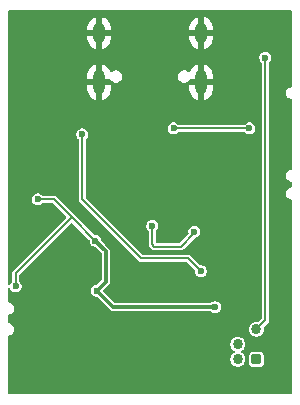
<source format=gbl>
%TF.GenerationSoftware,KiCad,Pcbnew,9.0.6*%
%TF.CreationDate,2026-01-04T19:17:20+00:00*%
%TF.ProjectId,rp2040_pico,72703230-3430-45f7-9069-636f2e6b6963,rev?*%
%TF.SameCoordinates,Original*%
%TF.FileFunction,Copper,L2,Bot*%
%TF.FilePolarity,Positive*%
%FSLAX45Y45*%
G04 Gerber Fmt 4.5, Leading zero omitted, Abs format (unit mm)*
G04 Created by KiCad (PCBNEW 9.0.6) date 2026-01-04 19:17:20*
%MOMM*%
%LPD*%
G01*
G04 APERTURE LIST*
G04 Aperture macros list*
%AMRoundRect*
0 Rectangle with rounded corners*
0 $1 Rounding radius*
0 $2 $3 $4 $5 $6 $7 $8 $9 X,Y pos of 4 corners*
0 Add a 4 corners polygon primitive as box body*
4,1,4,$2,$3,$4,$5,$6,$7,$8,$9,$2,$3,0*
0 Add four circle primitives for the rounded corners*
1,1,$1+$1,$2,$3*
1,1,$1+$1,$4,$5*
1,1,$1+$1,$6,$7*
1,1,$1+$1,$8,$9*
0 Add four rect primitives between the rounded corners*
20,1,$1+$1,$2,$3,$4,$5,0*
20,1,$1+$1,$4,$5,$6,$7,0*
20,1,$1+$1,$6,$7,$8,$9,0*
20,1,$1+$1,$8,$9,$2,$3,0*%
G04 Aperture macros list end*
%TA.AperFunction,HeatsinkPad*%
%ADD10O,1.000000X2.100000*%
%TD*%
%TA.AperFunction,HeatsinkPad*%
%ADD11O,1.000000X1.800000*%
%TD*%
%TA.AperFunction,ComponentPad*%
%ADD12RoundRect,0.172720X-0.259080X0.259080X-0.259080X-0.259080X0.259080X-0.259080X0.259080X0.259080X0*%
%TD*%
%TA.AperFunction,ComponentPad*%
%ADD13C,0.863600*%
%TD*%
%TA.AperFunction,ViaPad*%
%ADD14C,0.600000*%
%TD*%
%TA.AperFunction,Conductor*%
%ADD15C,0.200000*%
%TD*%
%TA.AperFunction,Conductor*%
%ADD16C,0.300000*%
%TD*%
G04 APERTURE END LIST*
D10*
%TO.P,J1,S1,SHIELD*%
%TO.N,GND*%
X432000Y1014500D03*
D11*
X432000Y1432500D03*
D10*
X-432000Y1014500D03*
D11*
X-432000Y1432500D03*
%TD*%
D12*
%TO.P,J2,1,VCC*%
%TO.N,+3V3*%
X900000Y-1329000D03*
D13*
%TO.P,J2,2,SWDIO*%
%TO.N,/SWDIO*%
X742520Y-1329000D03*
%TO.P,J2,3,GND*%
%TO.N,GND*%
X900000Y-1202000D03*
%TO.P,J2,4,SWCLK*%
%TO.N,/SWCLK*%
X742520Y-1202000D03*
%TO.P,J2,5,~{RESET}*%
%TO.N,/~{RESET}*%
X900000Y-1075000D03*
%TD*%
D14*
%TO.N,GND*%
X480000Y5000D03*
X650000Y-275000D03*
X-100000Y-750000D03*
X840000Y326656D03*
X-575000Y725000D03*
X650000Y-625000D03*
X-650000Y-950000D03*
X0Y-650000D03*
X-450000Y-1175000D03*
X200000Y-1375000D03*
X840000Y475000D03*
X600000Y400000D03*
X-235000Y45000D03*
X-414811Y-1034961D03*
X600000Y725000D03*
X-661811Y-340000D03*
X100000Y-750000D03*
X-900000Y550000D03*
X-675000Y450000D03*
X100000Y-550000D03*
X-100000Y-550000D03*
X-50000Y625000D03*
%TO.N,+5V*%
X200000Y625000D03*
X840000Y625000D03*
%TO.N,/~{RESET}*%
X975000Y1225000D03*
%TO.N,+3V3*%
X-1137500Y-712500D03*
X375000Y-250000D03*
X-950000Y25000D03*
X17689Y-200000D03*
X-450000Y-750000D03*
X-462311Y-327461D03*
X550000Y-887500D03*
%TO.N,/GPIO25*%
X430189Y-582871D03*
X-575000Y575000D03*
%TD*%
D15*
%TO.N,+5V*%
X840000Y625000D02*
X200000Y625000D01*
%TO.N,/~{RESET}*%
X975000Y-1000000D02*
X975000Y1225000D01*
X900000Y-1075000D02*
X975000Y-1000000D01*
D16*
%TO.N,+3V3*%
X-450000Y-750000D02*
X-375000Y-675000D01*
D15*
X17689Y-355189D02*
X37500Y-375000D01*
X-1137500Y-712500D02*
X-1137500Y-600000D01*
D16*
X-375000Y-675000D02*
X-375000Y-414772D01*
X550000Y-887500D02*
X-312500Y-887500D01*
X-312500Y-887500D02*
X-450000Y-750000D01*
D15*
X17689Y-200000D02*
X17689Y-355189D01*
X-814772Y25000D02*
X-950000Y25000D01*
X375000Y-262500D02*
X375000Y-250000D01*
D16*
X-375000Y-414772D02*
X-462311Y-327461D01*
D15*
X-1137500Y-600000D02*
X-663636Y-126136D01*
X262500Y-375000D02*
X375000Y-262500D01*
X-663636Y-126136D02*
X-814772Y25000D01*
X-462311Y-327461D02*
X-663636Y-126136D01*
X37500Y-375000D02*
X262500Y-375000D01*
%TO.N,/GPIO25*%
X-575000Y25000D02*
X-75000Y-475000D01*
X-75000Y-475000D02*
X322318Y-475000D01*
X-575000Y575000D02*
X-575000Y25000D01*
X322318Y-475000D02*
X430189Y-582871D01*
%TD*%
%TA.AperFunction,Conductor*%
%TO.N,GND*%
G36*
X1197833Y1622833D02*
G01*
X1200000Y1617600D01*
X1200000Y981921D01*
X1197833Y976688D01*
X1193925Y974761D01*
X1193942Y974698D01*
X1193623Y974612D01*
X1193567Y974584D01*
X1193474Y974572D01*
X1180866Y971194D01*
X1169562Y964668D01*
X1160332Y955438D01*
X1153806Y944134D01*
X1153806Y944134D01*
X1150428Y931526D01*
X1150428Y918474D01*
X1153806Y905866D01*
X1160332Y894562D01*
X1169562Y885332D01*
X1180866Y878806D01*
X1193474Y875428D01*
X1193474Y875428D01*
X1193565Y875416D01*
X1193606Y875392D01*
X1193942Y875302D01*
X1193918Y875212D01*
X1198471Y872584D01*
X1200000Y868079D01*
X1200000Y281921D01*
X1197833Y276689D01*
X1193925Y274761D01*
X1193942Y274698D01*
X1193623Y274612D01*
X1193567Y274585D01*
X1193474Y274572D01*
X1180866Y271194D01*
X1169562Y264668D01*
X1160332Y255438D01*
X1153806Y244134D01*
X1153806Y244134D01*
X1150428Y231526D01*
X1150428Y218474D01*
X1153806Y205866D01*
X1160332Y194562D01*
X1169562Y185332D01*
X1180866Y178806D01*
X1193474Y175428D01*
X1193474Y175428D01*
X1193565Y175416D01*
X1193606Y175392D01*
X1193942Y175302D01*
X1193918Y175212D01*
X1198471Y172584D01*
X1200000Y168079D01*
X1200000Y131921D01*
X1197833Y126688D01*
X1193925Y124761D01*
X1193942Y124698D01*
X1193623Y124612D01*
X1193567Y124584D01*
X1193474Y124572D01*
X1180866Y121194D01*
X1169562Y114668D01*
X1160332Y105438D01*
X1153806Y94134D01*
X1153806Y94134D01*
X1150428Y81526D01*
X1150428Y68474D01*
X1153806Y55866D01*
X1160332Y44562D01*
X1169562Y35332D01*
X1180866Y28806D01*
X1193474Y25428D01*
X1193474Y25428D01*
X1193565Y25416D01*
X1193606Y25392D01*
X1193942Y25302D01*
X1193918Y25212D01*
X1198471Y22584D01*
X1200000Y18079D01*
X1200000Y-1617600D01*
X1197833Y-1622833D01*
X1192600Y-1625000D01*
X-1192600Y-1625000D01*
X-1197833Y-1622833D01*
X-1200000Y-1617600D01*
X-1200000Y-1195772D01*
X679290Y-1195772D01*
X679290Y-1208228D01*
X681720Y-1220443D01*
X681720Y-1220444D01*
X686486Y-1231950D01*
X686486Y-1231951D01*
X686486Y-1231951D01*
X693406Y-1242307D01*
X702213Y-1251114D01*
X712569Y-1258034D01*
X714089Y-1258663D01*
X714089Y-1258663D01*
X718094Y-1262668D01*
X718094Y-1268332D01*
X714089Y-1272337D01*
X714017Y-1272367D01*
X712569Y-1272966D01*
X702214Y-1279886D01*
X693406Y-1288694D01*
X686486Y-1299050D01*
X681720Y-1310556D01*
X681720Y-1310557D01*
X679290Y-1322772D01*
X679290Y-1335228D01*
X681720Y-1347443D01*
X681720Y-1347444D01*
X686486Y-1358950D01*
X686486Y-1358951D01*
X686486Y-1358951D01*
X693406Y-1369307D01*
X702213Y-1378114D01*
X712569Y-1385034D01*
X712569Y-1385034D01*
X712570Y-1385034D01*
X714184Y-1385703D01*
X724076Y-1389800D01*
X736292Y-1392230D01*
X736292Y-1392230D01*
X748747Y-1392230D01*
X748748Y-1392230D01*
X760963Y-1389800D01*
X772471Y-1385034D01*
X782827Y-1378114D01*
X791634Y-1369307D01*
X798554Y-1358951D01*
X803320Y-1347444D01*
X805750Y-1335228D01*
X805750Y-1322772D01*
X803320Y-1310557D01*
X803320Y-1310556D01*
X799823Y-1302114D01*
X798761Y-1299549D01*
X836770Y-1299549D01*
X836770Y-1358451D01*
X837827Y-1365705D01*
X843297Y-1376895D01*
X852105Y-1385703D01*
X863295Y-1391173D01*
X870550Y-1392230D01*
X870550Y-1392230D01*
X929450Y-1392230D01*
X929450Y-1392230D01*
X936705Y-1391173D01*
X947895Y-1385703D01*
X956702Y-1376895D01*
X962173Y-1365705D01*
X963230Y-1358450D01*
X963230Y-1299550D01*
X962173Y-1292295D01*
X956702Y-1281105D01*
X947895Y-1272298D01*
X936705Y-1266827D01*
X929451Y-1265770D01*
X929450Y-1265770D01*
X870550Y-1265770D01*
X870549Y-1265770D01*
X863295Y-1266827D01*
X852105Y-1272298D01*
X843297Y-1281105D01*
X837827Y-1292295D01*
X836770Y-1299549D01*
X798761Y-1299549D01*
X798554Y-1299049D01*
X791634Y-1288694D01*
X791634Y-1288693D01*
X782827Y-1279886D01*
X772471Y-1272966D01*
X770950Y-1272337D01*
X766946Y-1268332D01*
X766946Y-1262668D01*
X770950Y-1258663D01*
X772471Y-1258034D01*
X782827Y-1251114D01*
X791634Y-1242307D01*
X798554Y-1231951D01*
X803320Y-1220444D01*
X805750Y-1208228D01*
X805750Y-1195772D01*
X803320Y-1183557D01*
X798554Y-1172049D01*
X791634Y-1161693D01*
X782827Y-1152886D01*
X772471Y-1145966D01*
X772470Y-1145966D01*
X772470Y-1145966D01*
X760964Y-1141200D01*
X760963Y-1141200D01*
X751760Y-1139369D01*
X748748Y-1138770D01*
X736292Y-1138770D01*
X733876Y-1139251D01*
X724077Y-1141200D01*
X724076Y-1141200D01*
X712570Y-1145966D01*
X702214Y-1152886D01*
X693406Y-1161694D01*
X686486Y-1172050D01*
X681720Y-1183556D01*
X681720Y-1183557D01*
X679290Y-1195772D01*
X-1200000Y-1195772D01*
X-1200000Y-1131921D01*
X-1197833Y-1126688D01*
X-1193925Y-1124762D01*
X-1193942Y-1124698D01*
X-1193621Y-1124612D01*
X-1193565Y-1124584D01*
X-1193474Y-1124572D01*
X-1193474Y-1124572D01*
X-1180866Y-1121194D01*
X-1169562Y-1114668D01*
X-1160332Y-1105438D01*
X-1153806Y-1094134D01*
X-1150428Y-1081526D01*
X-1150428Y-1068772D01*
X836770Y-1068772D01*
X836770Y-1081228D01*
X839200Y-1093443D01*
X839200Y-1093444D01*
X843966Y-1104950D01*
X850459Y-1114668D01*
X850886Y-1115307D01*
X859693Y-1124114D01*
X870049Y-1131034D01*
X881556Y-1135800D01*
X893772Y-1138230D01*
X893772Y-1138230D01*
X906227Y-1138230D01*
X906228Y-1138230D01*
X918443Y-1135800D01*
X929951Y-1131034D01*
X940307Y-1124114D01*
X949114Y-1115307D01*
X956034Y-1104951D01*
X960800Y-1093444D01*
X963230Y-1081228D01*
X963230Y-1068772D01*
X961595Y-1060553D01*
X962700Y-1054998D01*
X963620Y-1053877D01*
X999046Y-1018451D01*
X1002903Y-1011770D01*
X1002903Y-1011770D01*
X1002904Y-1011769D01*
X1003002Y-1011599D01*
X1005050Y-1003956D01*
X1005050Y-1003956D01*
X1005050Y1181203D01*
X1007217Y1186436D01*
X1015050Y1194269D01*
X1021639Y1205681D01*
X1025050Y1218411D01*
X1025050Y1218411D01*
X1025050Y1231589D01*
X1025050Y1231590D01*
X1021639Y1244318D01*
X1021639Y1244319D01*
X1015050Y1255731D01*
X1005731Y1265050D01*
X994319Y1271639D01*
X994318Y1271639D01*
X981589Y1275050D01*
X981589Y1275050D01*
X968411Y1275050D01*
X968411Y1275050D01*
X955682Y1271639D01*
X955681Y1271639D01*
X944268Y1265050D01*
X934950Y1255732D01*
X928361Y1244319D01*
X928361Y1244318D01*
X924950Y1231590D01*
X924950Y1218411D01*
X928361Y1205682D01*
X928361Y1205681D01*
X934950Y1194269D01*
X942783Y1186436D01*
X944950Y1181203D01*
X944950Y-984488D01*
X942783Y-989720D01*
X921123Y-1011380D01*
X915890Y-1013547D01*
X914447Y-1013405D01*
X906228Y-1011770D01*
X893772Y-1011770D01*
X891356Y-1012251D01*
X881557Y-1014200D01*
X881556Y-1014200D01*
X870050Y-1018966D01*
X859694Y-1025886D01*
X850886Y-1034694D01*
X843966Y-1045050D01*
X839200Y-1056556D01*
X839200Y-1056557D01*
X836770Y-1068772D01*
X-1150428Y-1068772D01*
X-1150428Y-1068474D01*
X-1153806Y-1055866D01*
X-1160332Y-1044562D01*
X-1169562Y-1035332D01*
X-1180866Y-1028806D01*
X-1193474Y-1025428D01*
X-1193567Y-1025415D01*
X-1193607Y-1025392D01*
X-1193942Y-1025302D01*
X-1193918Y-1025212D01*
X-1198471Y-1022583D01*
X-1200000Y-1018079D01*
X-1200000Y-956921D01*
X-1197833Y-951688D01*
X-1193925Y-949761D01*
X-1193942Y-949698D01*
X-1193621Y-949612D01*
X-1193565Y-949584D01*
X-1193474Y-949572D01*
X-1193474Y-949572D01*
X-1180866Y-946194D01*
X-1169562Y-939668D01*
X-1160332Y-930438D01*
X-1153806Y-919134D01*
X-1150428Y-906526D01*
X-1150428Y-893474D01*
X-1153806Y-880866D01*
X-1160332Y-869562D01*
X-1169562Y-860332D01*
X-1180866Y-853806D01*
X-1193474Y-850428D01*
X-1193567Y-850415D01*
X-1193607Y-850392D01*
X-1193942Y-850302D01*
X-1193918Y-850212D01*
X-1198471Y-847583D01*
X-1200000Y-843079D01*
X-1200000Y-728834D01*
X-1197833Y-723601D01*
X-1192600Y-721434D01*
X-1187367Y-723601D01*
X-1185452Y-726918D01*
X-1184139Y-731819D01*
X-1177550Y-743231D01*
X-1168231Y-752550D01*
X-1156819Y-759139D01*
X-1144090Y-762550D01*
X-1144089Y-762550D01*
X-1144089Y-762550D01*
X-1130911Y-762550D01*
X-1130911Y-762550D01*
X-1118181Y-759139D01*
X-1106769Y-752550D01*
X-1097450Y-743231D01*
X-1090861Y-731819D01*
X-1087450Y-719089D01*
X-1087450Y-719089D01*
X-1087450Y-705911D01*
X-1087450Y-705910D01*
X-1090861Y-693182D01*
X-1090861Y-693181D01*
X-1097450Y-681769D01*
X-1105283Y-673936D01*
X-1107450Y-668703D01*
X-1107450Y-615512D01*
X-1105283Y-610280D01*
X-668869Y-173866D01*
X-663636Y-171698D01*
X-658403Y-173866D01*
X-514528Y-317741D01*
X-512361Y-322973D01*
X-512361Y-334050D01*
X-508950Y-346779D01*
X-508950Y-346779D01*
X-508950Y-346780D01*
X-502361Y-358192D01*
X-493042Y-367511D01*
X-481630Y-374100D01*
X-468901Y-377511D01*
X-468900Y-377511D01*
X-468900Y-377511D01*
X-464894Y-377511D01*
X-459662Y-379678D01*
X-412217Y-427123D01*
X-410050Y-432355D01*
X-410050Y-657417D01*
X-412217Y-662649D01*
X-447351Y-697783D01*
X-452583Y-699950D01*
X-456589Y-699950D01*
X-469318Y-703361D01*
X-469319Y-703361D01*
X-480731Y-709950D01*
X-490050Y-719268D01*
X-496639Y-730681D01*
X-496639Y-730682D01*
X-500050Y-743410D01*
X-500050Y-756589D01*
X-496639Y-769318D01*
X-496639Y-769318D01*
X-496639Y-769319D01*
X-490050Y-780731D01*
X-480731Y-790050D01*
X-469319Y-796639D01*
X-456589Y-800050D01*
X-456589Y-800050D01*
X-456589Y-800050D01*
X-452583Y-800050D01*
X-447351Y-802217D01*
X-334021Y-915547D01*
X-326029Y-920161D01*
X-326029Y-920161D01*
X-326029Y-920161D01*
X-321572Y-921356D01*
X-317115Y-922550D01*
X-317115Y-922550D01*
X-317114Y-922550D01*
X-317114Y-922550D01*
X-307886Y-922550D01*
X511203Y-922550D01*
X516436Y-924717D01*
X519269Y-927550D01*
X530681Y-934139D01*
X543411Y-937550D01*
X543411Y-937550D01*
X543411Y-937550D01*
X556589Y-937550D01*
X556589Y-937550D01*
X569319Y-934139D01*
X580731Y-927550D01*
X590050Y-918231D01*
X596639Y-906819D01*
X600050Y-894089D01*
X600050Y-894089D01*
X600050Y-880911D01*
X600050Y-880910D01*
X596639Y-868182D01*
X596639Y-868181D01*
X590050Y-856769D01*
X580731Y-847450D01*
X573161Y-843079D01*
X569319Y-840861D01*
X569318Y-840861D01*
X556589Y-837450D01*
X556589Y-837450D01*
X543411Y-837450D01*
X543411Y-837450D01*
X530682Y-840861D01*
X530681Y-840861D01*
X519268Y-847450D01*
X516436Y-850283D01*
X511203Y-852450D01*
X-294917Y-852450D01*
X-300149Y-850283D01*
X-395199Y-755233D01*
X-397367Y-750000D01*
X-395199Y-744767D01*
X-371865Y-721434D01*
X-346953Y-696521D01*
X-342339Y-688529D01*
X-339950Y-679615D01*
X-339950Y-679615D01*
X-339950Y-410157D01*
X-339950Y-410157D01*
X-342339Y-401243D01*
X-342339Y-401243D01*
X-346953Y-393251D01*
X-346953Y-393251D01*
X-346953Y-393251D01*
X-353479Y-386725D01*
X-381059Y-359145D01*
X-410094Y-330110D01*
X-412261Y-324878D01*
X-412261Y-320872D01*
X-412261Y-320871D01*
X-415672Y-308143D01*
X-415672Y-308142D01*
X-422261Y-296730D01*
X-431580Y-287411D01*
X-442992Y-280822D01*
X-442993Y-280822D01*
X-455722Y-277411D01*
X-455722Y-277411D01*
X-466799Y-277411D01*
X-472031Y-275244D01*
X-796321Y49046D01*
X-803173Y53002D01*
X-803173Y53002D01*
X-810816Y55050D01*
X-810816Y55050D01*
X-906203Y55050D01*
X-911436Y57217D01*
X-919269Y65050D01*
X-930681Y71639D01*
X-930682Y71639D01*
X-943411Y75050D01*
X-943411Y75050D01*
X-956589Y75050D01*
X-956589Y75050D01*
X-969318Y71639D01*
X-969319Y71639D01*
X-980731Y65050D01*
X-990050Y55731D01*
X-996639Y44319D01*
X-996639Y44318D01*
X-1000050Y31589D01*
X-1000050Y18411D01*
X-996639Y5682D01*
X-996639Y5682D01*
X-996639Y5681D01*
X-990050Y-5731D01*
X-980731Y-15050D01*
X-969319Y-21639D01*
X-956589Y-25050D01*
X-956589Y-25050D01*
X-956589Y-25050D01*
X-943411Y-25050D01*
X-943411Y-25050D01*
X-930681Y-21639D01*
X-919269Y-15050D01*
X-911436Y-7217D01*
X-906203Y-5050D01*
X-830284Y-5050D01*
X-825052Y-7217D01*
X-711366Y-120903D01*
X-709198Y-126136D01*
X-711366Y-131369D01*
X-1161546Y-581549D01*
X-1165502Y-588401D01*
X-1165502Y-588401D01*
X-1167550Y-596044D01*
X-1167550Y-668703D01*
X-1169717Y-673936D01*
X-1177550Y-681769D01*
X-1184139Y-693181D01*
X-1184139Y-693182D01*
X-1185452Y-698082D01*
X-1188900Y-702575D01*
X-1194515Y-703314D01*
X-1199009Y-699866D01*
X-1200000Y-696166D01*
X-1200000Y581590D01*
X-625050Y581590D01*
X-625050Y568411D01*
X-621639Y555682D01*
X-621639Y555681D01*
X-615050Y544269D01*
X-607217Y536436D01*
X-605050Y531203D01*
X-605050Y21044D01*
X-603002Y13401D01*
X-603002Y13401D01*
X-599046Y6549D01*
X-99046Y-493451D01*
X-93451Y-499046D01*
X-86599Y-503002D01*
X-86599Y-503002D01*
X-86599Y-503002D01*
X-82778Y-504026D01*
X-78957Y-505050D01*
X-78956Y-505050D01*
X-78956Y-505050D01*
X306806Y-505050D01*
X312038Y-507217D01*
X377971Y-573151D01*
X380139Y-578383D01*
X380139Y-589460D01*
X383549Y-602189D01*
X383550Y-602189D01*
X383550Y-602190D01*
X390139Y-613602D01*
X399457Y-622921D01*
X410870Y-629510D01*
X423599Y-632921D01*
X423599Y-632921D01*
X423600Y-632921D01*
X436778Y-632921D01*
X436778Y-632921D01*
X449507Y-629510D01*
X460920Y-622921D01*
X470239Y-613602D01*
X476828Y-602190D01*
X480239Y-589460D01*
X480239Y-589460D01*
X480239Y-576282D01*
X480239Y-576281D01*
X476828Y-563553D01*
X476828Y-563552D01*
X470239Y-552140D01*
X460920Y-542821D01*
X449508Y-536232D01*
X449507Y-536232D01*
X436778Y-532821D01*
X436778Y-532821D01*
X425701Y-532821D01*
X420469Y-530654D01*
X340769Y-450954D01*
X340769Y-450954D01*
X338808Y-449822D01*
X337774Y-449225D01*
X333917Y-446998D01*
X333917Y-446998D01*
X326274Y-444950D01*
X326274Y-444950D01*
X-59488Y-444950D01*
X-64720Y-442783D01*
X-314092Y-193410D01*
X-32361Y-193410D01*
X-32361Y-206589D01*
X-28950Y-219318D01*
X-28950Y-219319D01*
X-22361Y-230731D01*
X-14528Y-238564D01*
X-12361Y-243797D01*
X-12361Y-359145D01*
X-10313Y-366787D01*
X-10313Y-366788D01*
X-10313Y-366788D01*
X-9896Y-367511D01*
X-6357Y-373640D01*
X13454Y-393451D01*
X19049Y-399046D01*
X25901Y-403002D01*
X25901Y-403002D01*
X25901Y-403002D01*
X29722Y-404026D01*
X33544Y-405050D01*
X33544Y-405050D01*
X33544Y-405050D01*
X266456Y-405050D01*
X266456Y-405050D01*
X274099Y-403002D01*
X280951Y-399046D01*
X286546Y-393451D01*
X377944Y-302053D01*
X381261Y-300138D01*
X381589Y-300050D01*
X381589Y-300050D01*
X394319Y-296639D01*
X405731Y-290050D01*
X415050Y-280731D01*
X421639Y-269319D01*
X425050Y-256589D01*
X425050Y-256589D01*
X425050Y-243411D01*
X425050Y-243410D01*
X421639Y-230682D01*
X421639Y-230681D01*
X415050Y-219269D01*
X405731Y-209950D01*
X399911Y-206589D01*
X394319Y-203361D01*
X394318Y-203361D01*
X381589Y-199950D01*
X381589Y-199950D01*
X368411Y-199950D01*
X368411Y-199950D01*
X355682Y-203361D01*
X355681Y-203361D01*
X344269Y-209950D01*
X334950Y-219268D01*
X328361Y-230681D01*
X328361Y-230682D01*
X324950Y-243410D01*
X324950Y-256589D01*
X326689Y-263081D01*
X325950Y-268696D01*
X324774Y-270229D01*
X252220Y-342783D01*
X246988Y-344950D01*
X55139Y-344950D01*
X49906Y-342783D01*
X47739Y-337550D01*
X47739Y-243797D01*
X49906Y-238564D01*
X57739Y-230731D01*
X64328Y-219319D01*
X67739Y-206589D01*
X67739Y-206589D01*
X67739Y-193411D01*
X67739Y-193410D01*
X64328Y-180682D01*
X64328Y-180681D01*
X57739Y-169269D01*
X48420Y-159950D01*
X37008Y-153361D01*
X37007Y-153361D01*
X24278Y-149950D01*
X24278Y-149950D01*
X11100Y-149950D01*
X11099Y-149950D01*
X-1629Y-153361D01*
X-1630Y-153361D01*
X-13043Y-159950D01*
X-22361Y-169269D01*
X-28950Y-180681D01*
X-28950Y-180682D01*
X-32361Y-193410D01*
X-314092Y-193410D01*
X-542783Y35280D01*
X-544950Y40512D01*
X-544950Y531203D01*
X-542783Y536436D01*
X-534950Y544269D01*
X-528361Y555681D01*
X-524950Y568411D01*
X-524950Y568411D01*
X-524950Y581589D01*
X-524950Y581590D01*
X-525851Y584950D01*
X-528361Y594319D01*
X-534950Y605731D01*
X-544269Y615050D01*
X-550089Y618411D01*
X-555681Y621639D01*
X-555682Y621639D01*
X-567949Y624926D01*
X-568411Y625050D01*
X-568411Y625050D01*
X-581589Y625050D01*
X-581589Y625050D01*
X-594318Y621639D01*
X-594319Y621639D01*
X-605732Y615050D01*
X-615050Y605732D01*
X-621639Y594319D01*
X-621639Y594318D01*
X-625050Y581590D01*
X-1200000Y581590D01*
X-1200000Y631590D01*
X149950Y631590D01*
X149950Y618411D01*
X153361Y605682D01*
X153361Y605682D01*
X153361Y605681D01*
X159950Y594269D01*
X169269Y584950D01*
X180681Y578361D01*
X193410Y574950D01*
X193411Y574950D01*
X193411Y574950D01*
X206589Y574950D01*
X206589Y574950D01*
X219319Y578361D01*
X230731Y584950D01*
X238564Y592783D01*
X243797Y594950D01*
X796203Y594950D01*
X801436Y592783D01*
X809269Y584950D01*
X820681Y578361D01*
X833410Y574950D01*
X833411Y574950D01*
X833411Y574950D01*
X846589Y574950D01*
X846589Y574950D01*
X859319Y578361D01*
X870731Y584950D01*
X880050Y594269D01*
X886639Y605681D01*
X890050Y618411D01*
X890050Y618411D01*
X890050Y631589D01*
X890050Y631590D01*
X886639Y644318D01*
X886639Y644319D01*
X880050Y655731D01*
X870731Y665050D01*
X859319Y671639D01*
X859318Y671639D01*
X846589Y675050D01*
X846589Y675050D01*
X833411Y675050D01*
X833411Y675050D01*
X820682Y671639D01*
X820681Y671639D01*
X809268Y665050D01*
X801436Y657217D01*
X796203Y655050D01*
X243797Y655050D01*
X238564Y657217D01*
X230731Y665050D01*
X219319Y671639D01*
X219318Y671639D01*
X206589Y675050D01*
X206589Y675050D01*
X193411Y675050D01*
X193411Y675050D01*
X180682Y671639D01*
X180681Y671639D01*
X169269Y665050D01*
X159950Y655732D01*
X153361Y644319D01*
X153361Y644318D01*
X149950Y631590D01*
X-1200000Y631590D01*
X-1200000Y1079349D01*
X-532000Y1079349D01*
X-532000Y1039500D01*
X-462000Y1039500D01*
X-462000Y989500D01*
X-532000Y989500D01*
X-532000Y949651D01*
X-528157Y930332D01*
X-528157Y930331D01*
X-520619Y912132D01*
X-509675Y895754D01*
X-495746Y881825D01*
X-479368Y870881D01*
X-461169Y863343D01*
X-461168Y863343D01*
X-457000Y862514D01*
X-457000Y862514D01*
X-457000Y942801D01*
X-456006Y941079D01*
X-450420Y935494D01*
X-443580Y931544D01*
X-435950Y929500D01*
X-428050Y929500D01*
X-420420Y931544D01*
X-413579Y935494D01*
X-407994Y941079D01*
X-407000Y942801D01*
X-407000Y862514D01*
X-402832Y863343D01*
X-402831Y863343D01*
X-384632Y870881D01*
X-368254Y881825D01*
X-354325Y895754D01*
X-343381Y912132D01*
X-335843Y930331D01*
X-335843Y930332D01*
X-332000Y949651D01*
X-332000Y989500D01*
X-402000Y989500D01*
X-402000Y1039500D01*
X-339518Y1039500D01*
X-334286Y1037333D01*
X-333110Y1035800D01*
X-331051Y1032233D01*
X-321267Y1022449D01*
X-309284Y1015531D01*
X-295919Y1011950D01*
X-295919Y1011950D01*
X-295918Y1011950D01*
X-282082Y1011950D01*
X-282082Y1011950D01*
X-268716Y1015531D01*
X-256733Y1022449D01*
X-246949Y1032233D01*
X-240031Y1044216D01*
X-236450Y1057582D01*
X-236450Y1057582D01*
X-236450Y1071419D01*
X-236450Y1071419D01*
X236450Y1071419D01*
X236450Y1057582D01*
X240031Y1044217D01*
X240031Y1044216D01*
X246949Y1032233D01*
X256733Y1022449D01*
X268716Y1015531D01*
X282081Y1011950D01*
X282082Y1011950D01*
X282082Y1011950D01*
X295919Y1011950D01*
X295919Y1011950D01*
X309284Y1015531D01*
X321267Y1022449D01*
X331051Y1032233D01*
X333110Y1035800D01*
X337603Y1039248D01*
X339518Y1039500D01*
X402000Y1039500D01*
X402000Y989500D01*
X332000Y989500D01*
X332000Y949651D01*
X335843Y930332D01*
X335843Y930331D01*
X343381Y912132D01*
X354325Y895754D01*
X368254Y881825D01*
X384632Y870881D01*
X402831Y863343D01*
X402832Y863343D01*
X407000Y862514D01*
X407000Y862514D01*
X407000Y942801D01*
X407994Y941079D01*
X413579Y935494D01*
X420420Y931544D01*
X428050Y929500D01*
X435950Y929500D01*
X443580Y931544D01*
X450420Y935494D01*
X456006Y941079D01*
X457000Y942801D01*
X457000Y862514D01*
X461168Y863343D01*
X461169Y863343D01*
X479367Y870881D01*
X495746Y881825D01*
X509675Y895754D01*
X520619Y912132D01*
X528157Y930331D01*
X528157Y930332D01*
X532000Y949651D01*
X532000Y989500D01*
X462000Y989500D01*
X462000Y1039500D01*
X532000Y1039500D01*
X532000Y1079349D01*
X528157Y1098668D01*
X528157Y1098669D01*
X520619Y1116868D01*
X509675Y1133246D01*
X495746Y1147175D01*
X479367Y1158119D01*
X461169Y1165657D01*
X461168Y1165657D01*
X457000Y1166486D01*
X457000Y1086199D01*
X456006Y1087921D01*
X450420Y1093506D01*
X443580Y1097456D01*
X435950Y1099500D01*
X428050Y1099500D01*
X420420Y1097456D01*
X413579Y1093506D01*
X407994Y1087921D01*
X407000Y1086199D01*
X407000Y1166486D01*
X407000Y1166486D01*
X402831Y1165657D01*
X402831Y1165657D01*
X384632Y1158119D01*
X368254Y1147175D01*
X354325Y1133246D01*
X343381Y1116868D01*
X338120Y1104167D01*
X334115Y1100162D01*
X328452Y1100162D01*
X326051Y1101766D01*
X321267Y1106551D01*
X309284Y1113469D01*
X309283Y1113469D01*
X295919Y1117050D01*
X295918Y1117050D01*
X282082Y1117050D01*
X282082Y1117050D01*
X268717Y1113469D01*
X268716Y1113469D01*
X256733Y1106551D01*
X246949Y1096767D01*
X240031Y1084784D01*
X240031Y1084783D01*
X236450Y1071419D01*
X-236450Y1071419D01*
X-238575Y1079349D01*
X-240031Y1084784D01*
X-246949Y1096767D01*
X-256733Y1106551D01*
X-268716Y1113469D01*
X-268717Y1113469D01*
X-282082Y1117050D01*
X-282082Y1117050D01*
X-295918Y1117050D01*
X-295919Y1117050D01*
X-309283Y1113469D01*
X-309284Y1113469D01*
X-321267Y1106550D01*
X-326051Y1101766D01*
X-331284Y1099599D01*
X-336516Y1101766D01*
X-338120Y1104167D01*
X-343381Y1116868D01*
X-354325Y1133246D01*
X-368254Y1147175D01*
X-384632Y1158119D01*
X-402831Y1165657D01*
X-402832Y1165657D01*
X-407000Y1166486D01*
X-407000Y1086199D01*
X-407994Y1087921D01*
X-413579Y1093506D01*
X-420420Y1097456D01*
X-428050Y1099500D01*
X-435950Y1099500D01*
X-443580Y1097456D01*
X-450420Y1093506D01*
X-456006Y1087921D01*
X-457000Y1086199D01*
X-457000Y1166486D01*
X-457000Y1166486D01*
X-461168Y1165657D01*
X-461169Y1165657D01*
X-479368Y1158119D01*
X-495746Y1147175D01*
X-509675Y1133246D01*
X-520619Y1116868D01*
X-528157Y1098669D01*
X-528157Y1098668D01*
X-532000Y1079349D01*
X-1200000Y1079349D01*
X-1200000Y1482349D01*
X-532000Y1482349D01*
X-532000Y1457500D01*
X-462000Y1457500D01*
X-462000Y1407500D01*
X-532000Y1407500D01*
X-532000Y1382651D01*
X-528157Y1363332D01*
X-528157Y1363331D01*
X-520619Y1345133D01*
X-509675Y1328754D01*
X-495746Y1314825D01*
X-479368Y1303881D01*
X-461169Y1296343D01*
X-461168Y1296343D01*
X-457000Y1295514D01*
X-457000Y1295514D01*
X-457000Y1375801D01*
X-456006Y1374080D01*
X-450420Y1368494D01*
X-443580Y1364544D01*
X-435950Y1362500D01*
X-428050Y1362500D01*
X-420420Y1364544D01*
X-413579Y1368494D01*
X-407994Y1374080D01*
X-407000Y1375801D01*
X-407000Y1295514D01*
X-402832Y1296343D01*
X-402831Y1296343D01*
X-384632Y1303881D01*
X-368254Y1314825D01*
X-354325Y1328754D01*
X-343381Y1345133D01*
X-335843Y1363331D01*
X-335843Y1363332D01*
X-332000Y1382651D01*
X-332000Y1407500D01*
X-402000Y1407500D01*
X-402000Y1457500D01*
X-332000Y1457500D01*
X-332000Y1482349D01*
X332000Y1482349D01*
X332000Y1457500D01*
X402000Y1457500D01*
X402000Y1407500D01*
X332000Y1407500D01*
X332000Y1382651D01*
X335843Y1363332D01*
X335843Y1363331D01*
X343381Y1345133D01*
X354325Y1328754D01*
X368254Y1314825D01*
X384632Y1303881D01*
X402831Y1296343D01*
X402832Y1296343D01*
X407000Y1295514D01*
X407000Y1295514D01*
X407000Y1375801D01*
X407994Y1374080D01*
X413579Y1368494D01*
X420420Y1364544D01*
X428050Y1362500D01*
X435950Y1362500D01*
X443580Y1364544D01*
X450420Y1368494D01*
X456006Y1374080D01*
X457000Y1375801D01*
X457000Y1295514D01*
X461168Y1296343D01*
X461169Y1296343D01*
X479367Y1303881D01*
X495746Y1314825D01*
X509675Y1328754D01*
X520619Y1345133D01*
X528157Y1363331D01*
X528157Y1363332D01*
X532000Y1382651D01*
X532000Y1407500D01*
X462000Y1407500D01*
X462000Y1457500D01*
X532000Y1457500D01*
X532000Y1482349D01*
X528157Y1501668D01*
X528157Y1501669D01*
X520619Y1519868D01*
X509675Y1536246D01*
X495746Y1550175D01*
X479367Y1561119D01*
X461169Y1568657D01*
X461168Y1568657D01*
X457000Y1569486D01*
X457000Y1489199D01*
X456006Y1490920D01*
X450420Y1496506D01*
X443580Y1500456D01*
X435950Y1502500D01*
X428050Y1502500D01*
X420420Y1500456D01*
X413579Y1496506D01*
X407994Y1490920D01*
X407000Y1489199D01*
X407000Y1569486D01*
X407000Y1569486D01*
X402831Y1568657D01*
X402831Y1568657D01*
X384632Y1561119D01*
X368254Y1550175D01*
X354325Y1536246D01*
X343381Y1519868D01*
X335843Y1501669D01*
X335843Y1501668D01*
X332000Y1482349D01*
X-332000Y1482349D01*
X-335843Y1501668D01*
X-335843Y1501669D01*
X-343381Y1519868D01*
X-354325Y1536246D01*
X-368254Y1550175D01*
X-384632Y1561119D01*
X-402831Y1568657D01*
X-402832Y1568657D01*
X-407000Y1569486D01*
X-407000Y1489199D01*
X-407994Y1490920D01*
X-413579Y1496506D01*
X-420420Y1500456D01*
X-428050Y1502500D01*
X-435950Y1502500D01*
X-443580Y1500456D01*
X-450420Y1496506D01*
X-456006Y1490920D01*
X-457000Y1489199D01*
X-457000Y1569486D01*
X-457000Y1569486D01*
X-461168Y1568657D01*
X-461169Y1568657D01*
X-479368Y1561119D01*
X-495746Y1550175D01*
X-509675Y1536246D01*
X-520619Y1519868D01*
X-528157Y1501669D01*
X-528157Y1501668D01*
X-532000Y1482349D01*
X-1200000Y1482349D01*
X-1200000Y1617600D01*
X-1197833Y1622833D01*
X-1192600Y1625000D01*
X1192600Y1625000D01*
X1197833Y1622833D01*
G37*
%TD.AperFunction*%
%TD*%
M02*

</source>
